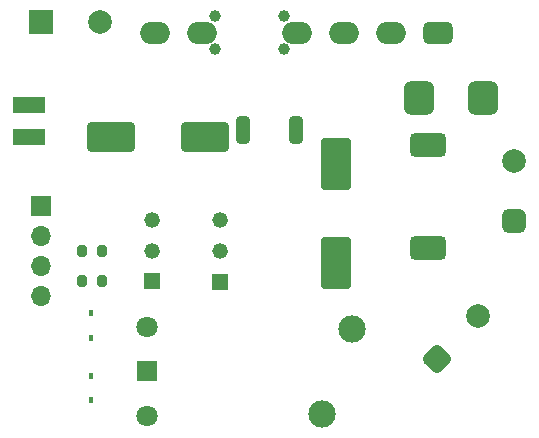
<source format=gts>
%TF.GenerationSoftware,KiCad,Pcbnew,7.0.2-6a45011f42~172~ubuntu22.04.1*%
%TF.CreationDate,2023-05-10T16:31:12+02:00*%
%TF.ProjectId,220AC-mini-C3-board,32323041-432d-46d6-996e-692d43332d62,rev?*%
%TF.SameCoordinates,Original*%
%TF.FileFunction,Soldermask,Top*%
%TF.FilePolarity,Negative*%
%FSLAX46Y46*%
G04 Gerber Fmt 4.6, Leading zero omitted, Abs format (unit mm)*
G04 Created by KiCad (PCBNEW 7.0.2-6a45011f42~172~ubuntu22.04.1) date 2023-05-10 16:31:12*
%MOMM*%
%LPD*%
G01*
G04 APERTURE LIST*
G04 Aperture macros list*
%AMRoundRect*
0 Rectangle with rounded corners*
0 $1 Rounding radius*
0 $2 $3 $4 $5 $6 $7 $8 $9 X,Y pos of 4 corners*
0 Add a 4 corners polygon primitive as box body*
4,1,4,$2,$3,$4,$5,$6,$7,$8,$9,$2,$3,0*
0 Add four circle primitives for the rounded corners*
1,1,$1+$1,$2,$3*
1,1,$1+$1,$4,$5*
1,1,$1+$1,$6,$7*
1,1,$1+$1,$8,$9*
0 Add four rect primitives between the rounded corners*
20,1,$1+$1,$2,$3,$4,$5,0*
20,1,$1+$1,$4,$5,$6,$7,0*
20,1,$1+$1,$6,$7,$8,$9,0*
20,1,$1+$1,$8,$9,$2,$3,0*%
G04 Aperture macros list end*
%ADD10RoundRect,0.650875X0.650875X0.796925X-0.650875X0.796925X-0.650875X-0.796925X0.650875X-0.796925X0*%
%ADD11R,1.320800X1.320800*%
%ADD12C,1.320800*%
%ADD13RoundRect,0.200000X0.200000X0.275000X-0.200000X0.275000X-0.200000X-0.275000X0.200000X-0.275000X0*%
%ADD14RoundRect,0.250000X1.000000X-1.950000X1.000000X1.950000X-1.000000X1.950000X-1.000000X-1.950000X0*%
%ADD15R,0.450000X0.600000*%
%ADD16RoundRect,0.279400X-0.279400X-0.876300X0.279400X-0.876300X0.279400X0.876300X-0.279400X0.876300X0*%
%ADD17C,0.990600*%
%ADD18RoundRect,0.476250X0.781050X0.476250X-0.781050X0.476250X-0.781050X-0.476250X0.781050X-0.476250X0*%
%ADD19O,2.514600X1.905000*%
%ADD20RoundRect,0.500000X0.024678X-0.706676X0.706676X0.024678X-0.024678X0.706676X-0.706676X-0.024678X0*%
%ADD21C,2.000000*%
%ADD22RoundRect,0.500000X0.500000X-0.500000X0.500000X0.500000X-0.500000X0.500000X-0.500000X-0.500000X0*%
%ADD23C,1.803400*%
%ADD24R,1.803400X1.803400*%
%ADD25C,2.311400*%
%ADD26R,2.000000X2.000000*%
%ADD27RoundRect,0.514350X1.047750X-0.514350X1.047750X0.514350X-1.047750X0.514350X-1.047750X-0.514350X0*%
%ADD28R,2.700000X1.400000*%
%ADD29RoundRect,0.250000X-1.750000X-1.000000X1.750000X-1.000000X1.750000X1.000000X-1.750000X1.000000X0*%
%ADD30R,1.700000X1.700000*%
%ADD31O,1.700000X1.700000*%
G04 APERTURE END LIST*
D10*
%TO.C,R1*%
X154998750Y-78450000D03*
X149601250Y-78450000D03*
%TD*%
D11*
%TO.C,Q1*%
X132760000Y-94000000D03*
D12*
X132760000Y-91400000D03*
X132760000Y-88800000D03*
%TD*%
D13*
%TO.C,R2*%
X122745000Y-93980000D03*
X121095000Y-93980000D03*
%TD*%
D14*
%TO.C,C11*%
X142560000Y-92460000D03*
X142560000Y-84060000D03*
%TD*%
D15*
%TO.C,D2*%
X121810000Y-98790000D03*
X121810000Y-96690000D03*
%TD*%
D16*
%TO.C,CY1*%
X134702100Y-81150000D03*
X139197900Y-81150000D03*
%TD*%
D17*
%TO.C,U1*%
X132350000Y-74291600D03*
X132350000Y-71548400D03*
X138150000Y-71548400D03*
X138150000Y-74291600D03*
D18*
X151249999Y-72920000D03*
D19*
X147250000Y-72920000D03*
X143250000Y-72920000D03*
X139250000Y-72920000D03*
X131250001Y-72920000D03*
X127250002Y-72920000D03*
%TD*%
D20*
%TO.C,J2*%
X151137724Y-100587638D03*
D21*
X154602276Y-96872362D03*
%TD*%
D22*
%TO.C,J1*%
X157700000Y-88840000D03*
D21*
X157700000Y-83760000D03*
%TD*%
D13*
%TO.C,R3*%
X122745000Y-91440000D03*
X121095000Y-91440000D03*
%TD*%
D11*
%TO.C,Q2*%
X127000000Y-93980000D03*
D12*
X127000000Y-91380000D03*
X127000000Y-88780000D03*
%TD*%
D23*
%TO.C,K1*%
X126570000Y-105350000D03*
D24*
X126570000Y-101600000D03*
D23*
X126570000Y-97850000D03*
D25*
X143903000Y-98000000D03*
X141363000Y-105200000D03*
%TD*%
D26*
%TO.C,C2*%
X117622323Y-72030000D03*
D21*
X122622323Y-72030000D03*
%TD*%
D27*
%TO.C,F1*%
X150380000Y-91178800D03*
X150380000Y-82441200D03*
%TD*%
D15*
%TO.C,D1*%
X121810000Y-101950000D03*
X121810000Y-104050000D03*
%TD*%
D28*
%TO.C,L1*%
X116580000Y-79020000D03*
X116580000Y-81720000D03*
%TD*%
D29*
%TO.C,C3*%
X123510000Y-81730000D03*
X131510000Y-81730000D03*
%TD*%
D30*
%TO.C,J3*%
X117605000Y-87620000D03*
D31*
X117605000Y-90160000D03*
X117605000Y-92700000D03*
X117605000Y-95240000D03*
%TD*%
M02*

</source>
